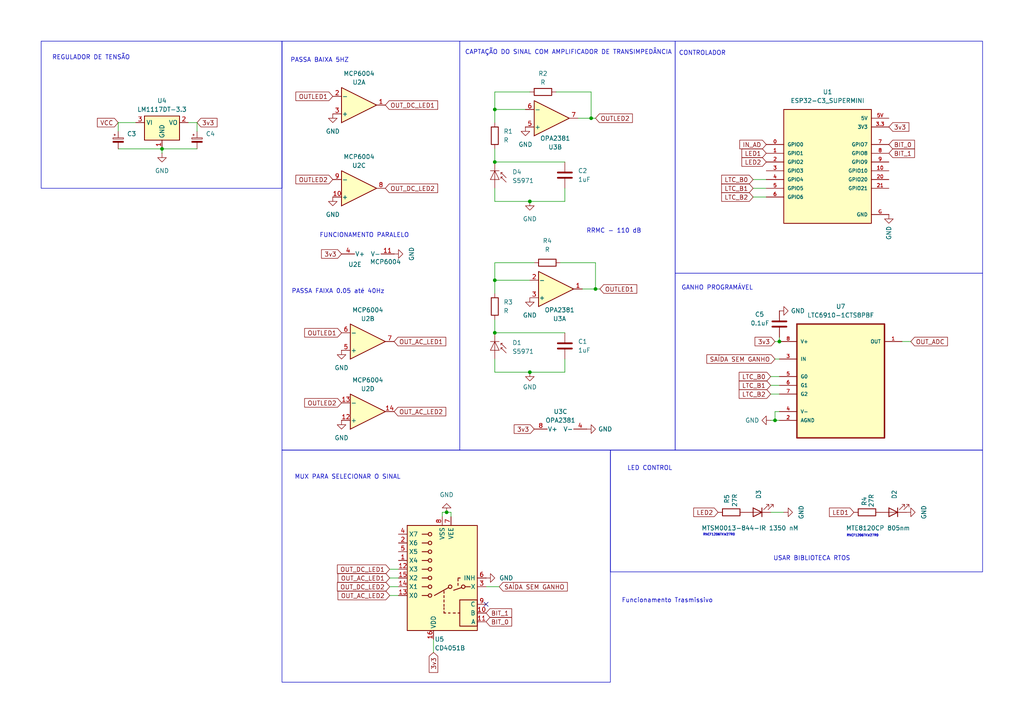
<source format=kicad_sch>
(kicad_sch (version 20231120) (generator "eeschema") (generator_version "8.0")
  (paper "A4")
  (lib_symbols
    (symbol "Amplifier_Operational:MCP6004" (pin_names (offset 0.127))
      (property "Reference" "U" (at 0 5.08 0))
      (property "Value" "MCP6004" (at 0 -5.08 0))
      (symbol "MCP6004_1_1"
        (polyline (pts (xy -5.08 5.08) (xy 5.08 0) (xy -5.08 -5.08) (xy -5.08 5.08)) (stroke (width 0.254)) (fill (type background)))
        (pin output line (at 7.62 0 180) (length 2.54) (name "~") (number "1"))
        (pin input line (at -7.62 -2.54 0) (length 2.54) (name "-") (number "2"))
        (pin input line (at -7.62 2.54 0) (length 2.54) (name "+") (number "3"))
      )
      (symbol "MCP6004_2_1"
        (polyline (pts (xy -5.08 5.08) (xy 5.08 0) (xy -5.08 -5.08) (xy -5.08 5.08)) (stroke (width 0.254)) (fill (type background)))
        (pin input line (at -7.62 2.54 0) (length 2.54) (name "+") (number "5"))
        (pin input line (at -7.62 -2.54 0) (length 2.54) (name "-") (number "6"))
        (pin output line (at 7.62 0 180) (length 2.54) (name "~") (number "7"))
      )
      (symbol "MCP6004_3_1"
        (polyline (pts (xy -5.08 5.08) (xy 5.08 0) (xy -5.08 -5.08) (xy -5.08 5.08)) (stroke (width 0.254)) (fill (type background)))
        (pin input line (at -7.62 2.54 0) (length 2.54) (name "+") (number "10"))
        (pin output line (at 7.62 0 180) (length 2.54) (name "~") (number "8"))
        (pin input line (at -7.62 -2.54 0) (length 2.54) (name "-") (number "9"))
      )
      (symbol "MCP6004_4_1"
        (polyline (pts (xy -5.08 5.08) (xy 5.08 0) (xy -5.08 -5.08) (xy -5.08 5.08)) (stroke (width 0.254)) (fill (type background)))
        (pin input line (at -7.62 2.54 0) (length 2.54) (name "+") (number "12"))
        (pin input line (at -7.62 -2.54 0) (length 2.54) (name "-") (number "13"))
        (pin output line (at 7.62 0 180) (length 2.54) (name "~") (number "14"))
      )
      (symbol "MCP6004_5_1"
        (pin power_in line (at -2.54 -7.62 90) (length 3.81) (name "V-") (number "11"))
        (pin power_in line (at -2.54 7.62 270) (length 3.81) (name "V+") (number "4"))
      )
    )
    (symbol "Amplifier_Operational:OPA2340" (pin_names (offset 0.127))
      (property "Reference" "U" (at 0 5.08 0))
      (property "Value" "OPA2340" (at 0 -5.08 0))
      (symbol "OPA2340_1_1"
        (polyline (pts (xy -5.08 5.08) (xy 5.08 0) (xy -5.08 -5.08) (xy -5.08 5.08)) (stroke (width 0.254)) (fill (type background)))
        (pin output line (at 7.62 0 180) (length 2.54) (name "~") (number "1"))
        (pin input line (at -7.62 -2.54 0) (length 2.54) (name "-") (number "2"))
        (pin input line (at -7.62 2.54 0) (length 2.54) (name "+") (number "3"))
      )
      (symbol "OPA2340_2_1"
        (polyline (pts (xy -5.08 5.08) (xy 5.08 0) (xy -5.08 -5.08) (xy -5.08 5.08)) (stroke (width 0.254)) (fill (type background)))
        (pin input line (at -7.62 2.54 0) (length 2.54) (name "+") (number "5"))
        (pin input line (at -7.62 -2.54 0) (length 2.54) (name "-") (number "6"))
        (pin output line (at 7.62 0 180) (length 2.54) (name "~") (number "7"))
      )
      (symbol "OPA2340_3_1"
        (pin power_in line (at -2.54 -7.62 90) (length 3.81) (name "V-") (number "4"))
        (pin power_in line (at -2.54 7.62 270) (length 3.81) (name "V+") (number "8"))
      )
    )
    (symbol "Analog_Switch:CD4051B"
      (property "Reference" "U" (at -10.16 16.51 0))
      (property "Value" "CD4051B" (at 3.81 16.51 0))
      (symbol "CD4051B_0_1"
        (rectangle (start -10.16 6.35) (end -5.08 13.97) (stroke (width 0.254)))
        (rectangle (start -10.16 15.24) (end 10.16 -15.24) (stroke (width 0.254)) (fill (type background)))
        (circle (center -6.096 2.54) (radius 0.508) (stroke (width 0.254)))
        (circle (center -2.286 2.54) (radius 0.508) (stroke (width 0.254)))
        (polyline (pts (xy -8.128 2.54) (xy -6.604 2.54)) (stroke (width 0.254)))
        (polyline (pts (xy -5.588 2.794) (xy -3.302 3.556)) (stroke (width 0.254)))
        (polyline (pts (xy -4.572 0) (xy -5.207 0)) (stroke (width 0.254)))
        (polyline (pts (xy -4.572 0.254) (xy -4.572 0.889)) (stroke (width 0.254)))
        (polyline (pts (xy -4.572 1.524) (xy -4.572 2.159)) (stroke (width 0.254)))
        (polyline (pts (xy -4.572 10.16) (xy -5.08 10.16)) (stroke (width 0.254)))
        (polyline (pts (xy -3.81 10.16) (xy -3.175 10.16)) (stroke (width 0.254)))
        (polyline (pts (xy -1.778 2.794) (xy 2.286 5.08)) (stroke (width 0.254)))
        (polyline (pts (xy -1.778 10.16) (xy -2.286 10.16)) (stroke (width 0.254)))
        (polyline (pts (xy -0.508 3.81) (xy -0.508 4.445)) (stroke (width 0.254)))
        (polyline (pts (xy -0.508 5.08) (xy -0.508 5.715)) (stroke (width 0.254)))
        (polyline (pts (xy -0.508 6.35) (xy -0.508 6.985)) (stroke (width 0.254)))
        (polyline (pts (xy -0.508 7.62) (xy -0.508 8.255)) (stroke (width 0.254)))
        (polyline (pts (xy -0.508 8.636) (xy -0.508 9.144)) (stroke (width 0.254)))
        (polyline (pts (xy -0.508 9.652) (xy -0.508 10.16)) (stroke (width 0.254)))
        (polyline (pts (xy -0.508 10.16) (xy -1.016 10.16)) (stroke (width 0.254)))
        (polyline (pts (xy 4.064 -12.7) (xy 5.842 -12.7)) (stroke (width 0.254)))
        (polyline (pts (xy 4.064 -10.16) (xy 5.842 -10.16)) (stroke (width 0.254)))
        (polyline (pts (xy 4.064 -7.62) (xy 5.842 -7.62)) (stroke (width 0.254)))
        (polyline (pts (xy 4.064 -5.08) (xy 5.842 -5.08)) (stroke (width 0.254)))
        (polyline (pts (xy 4.064 -2.54) (xy 5.842 -2.54)) (stroke (width 0.254)))
        (polyline (pts (xy 4.064 0) (xy 5.842 0)) (stroke (width 0.254)))
        (polyline (pts (xy 4.064 2.54) (xy 5.842 2.54)) (stroke (width 0.254)))
        (polyline (pts (xy 4.064 5.08) (xy 5.842 5.08)) (stroke (width 0.254)))
        (circle (center 3.556 -12.7) (radius 0.508) (stroke (width 0.254)))
        (circle (center 3.556 -10.16) (radius 0.508) (stroke (width 0.254)))
        (circle (center 3.556 -7.62) (radius 0.508) (stroke (width 0.254)))
        (circle (center 3.556 -5.08) (radius 0.508) (stroke (width 0.254)))
        (circle (center 3.556 -2.54) (radius 0.508) (stroke (width 0.254)))
        (circle (center 3.556 0) (radius 0.508) (stroke (width 0.254)))
        (circle (center 3.556 2.54) (radius 0.508) (stroke (width 0.254)))
        (circle (center 3.556 5.08) (radius 0.508) (stroke (width 0.254)))
      )
      (symbol "CD4051B_1_1"
        (pin bidirectional line (at 12.7 -5.08 180) (length 2.54) (name "X4") (number "1"))
        (pin input line (at -12.7 10.16 0) (length 2.54) (name "B") (number "10"))
        (pin input line (at -12.7 12.7 0) (length 2.54) (name "A") (number "11"))
        (pin bidirectional line (at 12.7 -2.54 180) (length 2.54) (name "X3") (number "12"))
        (pin bidirectional line (at 12.7 5.08 180) (length 2.54) (name "X0") (number "13"))
        (pin bidirectional line (at 12.7 2.54 180) (length 2.54) (name "X1") (number "14"))
        (pin bidirectional line (at 12.7 0 180) (length 2.54) (name "X2") (number "15"))
        (pin power_in line (at 2.54 17.78 270) (length 2.54) (name "VDD") (number "16"))
        (pin bidirectional line (at 12.7 -10.16 180) (length 2.54) (name "X6") (number "2"))
        (pin bidirectional line (at -12.7 2.54 0) (length 2.54) (name "X") (number "3"))
        (pin bidirectional line (at 12.7 -12.7 180) (length 2.54) (name "X7") (number "4"))
        (pin bidirectional line (at 12.7 -7.62 180) (length 2.54) (name "X5") (number "5"))
        (pin input line (at -12.7 0 0) (length 2.54) (name "INH") (number "6"))
        (pin power_in line (at -2.54 -17.78 90) (length 2.54) (name "VEE") (number "7"))
        (pin power_in line (at 0 -17.78 90) (length 2.54) (name "VSS") (number "8"))
        (pin input line (at -12.7 7.62 0) (length 2.54) (name "C") (number "9"))
      )
    )
    (symbol "Device:C" (pin_numbers hide) (pin_names (offset 0.254))
      (property "Reference" "C" (at 0.635 2.54 0))
      (property "Value" "C" (at 0.635 -2.54 0))
      (symbol "C_0_1"
        (polyline (pts (xy -2.032 -0.762) (xy 2.032 -0.762)) (stroke (width 0.508)))
        (polyline (pts (xy -2.032 0.762) (xy 2.032 0.762)) (stroke (width 0.508)))
      )
      (symbol "C_1_1"
        (pin passive line (at 0 3.81 270) (length 2.794) (name "~") (number "1"))
        (pin passive line (at 0 -3.81 90) (length 2.794) (name "~") (number "2"))
      )
    )
    (symbol "Device:C_Polarized_Small" (pin_numbers hide) (pin_names (offset 0.254) hide)
      (property "Reference" "C" (at 0.254 1.778 0))
      (property "Value" "C_Polarized_Small" (at 0.254 -2.032 0))
      (symbol "C_Polarized_Small_0_1"
        (rectangle (start -1.524 -0.3048) (end 1.524 -0.6858) (fill (type outline)))
        (rectangle (start -1.524 0.6858) (end 1.524 0.3048))
        (polyline (pts (xy -1.27 1.524) (xy -0.762 1.524)))
        (polyline (pts (xy -1.016 1.27) (xy -1.016 1.778)))
      )
      (symbol "C_Polarized_Small_1_1"
        (pin passive line (at 0 2.54 270) (length 1.8542) (name "~") (number "1"))
        (pin passive line (at 0 -2.54 90) (length 1.8542) (name "~") (number "2"))
      )
    )
    (symbol "Device:R" (pin_numbers hide) (pin_names (offset 0))
      (property "Reference" "R" (at 2.032 0 90))
      (property "Value" "R" (at 0 0 90))
      (symbol "R_0_1"
        (rectangle (start -1.016 -2.54) (end 1.016 2.54) (stroke (width 0.254)))
      )
      (symbol "R_1_1"
        (pin passive line (at 0 3.81 270) (length 1.27) (name "~") (number "1"))
        (pin passive line (at 0 -3.81 90) (length 1.27) (name "~") (number "2"))
      )
    )
    (symbol "ESP32-C3_SUPERMINI:ESP32-C3_SUPERMINI" (pin_names (offset 1.016))
      (property "Reference" "U" (at -12.7 16.002 0))
      (property "Value" "ESP32-C3_SUPERMINI" (at -12.7 -20.32 0))
      (symbol "ESP32-C3_SUPERMINI_0_0"
        (rectangle (start -12.7 -17.78) (end 12.7 15.24) (stroke (width 0.254)) (fill (type background)))
        (pin bidirectional line (at -17.78 5.08 0) (length 5.08) (name "GPIO0") (number "0"))
        (pin bidirectional line (at -17.78 2.54 0) (length 5.08) (name "GPIO1") (number "1"))
        (pin bidirectional line (at 17.78 -2.54 180) (length 5.08) (name "GPIO10") (number "10"))
        (pin bidirectional line (at -17.78 0 0) (length 5.08) (name "GPIO2") (number "2"))
        (pin bidirectional line (at 17.78 -5.08 180) (length 5.08) (name "GPIO20") (number "20"))
        (pin bidirectional line (at 17.78 -7.62 180) (length 5.08) (name "GPIO21") (number "21"))
        (pin bidirectional line (at -17.78 -2.54 0) (length 5.08) (name "GPIO3") (number "3"))
        (pin power_in line (at 17.78 10.16 180) (length 5.08) (name "3V3") (number "3.3"))
        (pin bidirectional line (at -17.78 -5.08 0) (length 5.08) (name "GPIO4") (number "4"))
        (pin bidirectional line (at -17.78 -7.62 0) (length 5.08) (name "GPIO5") (number "5"))
        (pin power_in line (at 17.78 12.7 180) (length 5.08) (name "5V") (number "5V"))
        (pin bidirectional line (at -17.78 -10.16 0) (length 5.08) (name "GPIO6") (number "6"))
        (pin bidirectional line (at 17.78 5.08 180) (length 5.08) (name "GPIO7") (number "7"))
        (pin bidirectional line (at 17.78 2.54 180) (length 5.08) (name "GPIO8") (number "8"))
        (pin bidirectional line (at 17.78 0 180) (length 5.08) (name "GPIO9") (number "9"))
        (pin power_in line (at 17.78 -15.24 180) (length 5.08) (name "GND") (number "G"))
      )
    )
    (symbol "LED:IR26-21C_L110_TR8" (pin_numbers hide) (pin_names (offset 1.016) hide)
      (property "Reference" "D" (at 0 2.54 0))
      (property "Value" "IR26-21C_L110_TR8" (at 0 -3.81 0))
      (symbol "IR26-21C_L110_TR8_0_1"
        (polyline (pts (xy -1.27 -1.27) (xy -1.27 1.27)) (stroke (width 0.254)))
        (polyline (pts (xy -1.27 0) (xy 1.27 0)))
        (polyline (pts (xy 1.27 -1.27) (xy 1.27 1.27) (xy -1.27 0) (xy 1.27 -1.27)) (stroke (width 0.254)))
        (polyline (pts (xy -3.048 -0.762) (xy -4.572 -2.286) (xy -3.81 -2.286) (xy -4.572 -2.286) (xy -4.572 -1.524)))
        (polyline (pts (xy -1.778 -0.762) (xy -3.302 -2.286) (xy -2.54 -2.286) (xy -3.302 -2.286) (xy -3.302 -1.524)))
      )
      (symbol "IR26-21C_L110_TR8_1_1"
        (pin passive line (at -3.81 0 0) (length 2.54) (name "K") (number "1"))
        (pin passive line (at 3.81 0 180) (length 2.54) (name "A") (number "2"))
      )
    )
    (symbol "LTC6910-1CTS8PBF:LTC6910-1CTS8PBF" (pin_names (offset 1.016))
      (property "Reference" "U" (at -4.4273 14.1979 0))
      (property "Value" "LTC6910-1CTS8PBF" (at -6.5629 -24.0894 0))
      (symbol "LTC6910-1CTS8PBF_0_0"
        (rectangle (start -12.7 -20.32) (end 12.7 12.7) (stroke (width 0.4064)) (fill (type background)))
        (pin output line (at 17.78 7.62 180) (length 5.08) (name "OUT") (number "1"))
        (pin passive line (at -17.78 -15.24 0) (length 5.08) (name "AGND") (number "2"))
        (pin input line (at -17.78 2.54 0) (length 5.08) (name "IN") (number "3"))
        (pin power_in line (at -17.78 -12.7 0) (length 5.08) (name "V-") (number "4"))
        (pin input line (at -17.78 -2.54 0) (length 5.08) (name "G0") (number "5"))
        (pin input line (at -17.78 -5.08 0) (length 5.08) (name "G1") (number "6"))
        (pin input line (at -17.78 -7.62 0) (length 5.08) (name "G2") (number "7"))
        (pin power_in line (at -17.78 7.62 0) (length 5.08) (name "V+") (number "8"))
      )
    )
    (symbol "Regulator_Linear:LM1117DT-3.3"
      (property "Reference" "U" (at -3.81 3.175 0))
      (property "Value" "LM1117DT-3.3" (at 0 3.175 0))
      (symbol "LM1117DT-3.3_0_1"
        (rectangle (start -5.08 -5.08) (end 5.08 1.905) (stroke (width 0.254)) (fill (type background)))
      )
      (symbol "LM1117DT-3.3_1_1"
        (pin power_in line (at 0 -7.62 90) (length 2.54) (name "GND") (number "1"))
        (pin power_out line (at 7.62 0 180) (length 2.54) (name "VO") (number "2"))
        (pin power_in line (at -7.62 0 0) (length 2.54) (name "VI") (number "3"))
      )
    )
    (symbol "Sensor_Optical:BPW34-SMD" (pin_numbers hide) (pin_names (offset 1.016) hide)
      (property "Reference" "D" (at 0.508 1.778 0))
      (property "Value" "BPW34-SMD" (at -1.016 -2.794 0))
      (symbol "BPW34-SMD_0_1"
        (polyline (pts (xy -2.54 1.27) (xy -2.54 -1.27)) (stroke (width 0.1524)))
        (polyline (pts (xy -2.032 1.778) (xy -1.524 1.778)))
        (polyline (pts (xy 0 -1.27) (xy 0 1.27)))
        (polyline (pts (xy 0 0) (xy -2.54 0)))
        (polyline (pts (xy -0.508 3.302) (xy -2.032 1.778) (xy -2.032 2.286)))
        (polyline (pts (xy 0 1.27) (xy -2.54 0) (xy 0 -1.27)))
        (polyline (pts (xy 0.762 3.302) (xy -0.762 1.778) (xy -0.762 2.286) (xy -0.762 1.778) (xy -0.254 1.778)))
      )
      (symbol "BPW34-SMD_1_1"
        (pin passive line (at -5.08 0 0) (length 2.54) (name "K") (number "1"))
        (pin passive line (at 2.54 0 180) (length 2.54) (name "A") (number "2"))
      )
    )
    (symbol "power:GND" (power) (pin_numbers hide) (pin_names (offset 0) hide)
      (property "Value" "GND" (at 0 -3.81 0))
      (symbol "GND_0_1"
        (polyline (pts (xy 0 0) (xy 0 -1.27) (xy 1.27 -1.27) (xy 0 -2.54) (xy -1.27 -1.27) (xy 0 -1.27)))
      )
      (symbol "GND_1_1"
        (pin power_in line (at 0 0 270) (length 0) (name "~") (number "1"))
      )
    )
  )
  (junction (at 172.72 83.82))
  (junction (at 171.45 34.29))
  (junction (at 143.51 31.75))
  (junction (at 153.67 107.95))
  (junction (at 143.51 96.52))
  (junction (at 153.67 58.42))
  (junction (at 226.06 99.06))
  (junction (at 143.51 81.28))
  (junction (at 46.99 43.18))
  (junction (at 143.51 46.99))
  (junction (at 224.79 121.92))
  (junction (at 129.54 148.59))
  (no_connect (at 140.97 175.26))
  (wire (pts (xy 163.83 107.95) (xy 163.83 104.14)))
  (wire (pts (xy 143.51 81.28) (xy 143.51 85.09)))
  (wire (pts (xy 223.52 109.22) (xy 226.06 109.22)))
  (wire (pts (xy 46.99 43.18) (xy 57.15 43.18)))
  (wire (pts (xy 113.03 172.72) (xy 115.57 172.72)))
  (wire (pts (xy 153.67 58.42) (xy 163.83 58.42)))
  (wire (pts (xy 143.51 107.95) (xy 153.67 107.95)))
  (wire (pts (xy 113.03 165.1) (xy 115.57 165.1)))
  (wire (pts (xy 227.33 148.59) (xy 223.52 148.59)))
  (wire (pts (xy 172.72 83.82) (xy 168.91 83.82)))
  (wire (pts (xy 128.27 148.59) (xy 129.54 148.59)))
  (wire (pts (xy 226.06 119.38) (xy 224.79 119.38)))
  (wire (pts (xy 173.99 83.82) (xy 172.72 83.82)))
  (wire (pts (xy 224.79 119.38) (xy 224.79 121.92)))
  (wire (pts (xy 143.51 43.18) (xy 143.51 46.99)))
  (wire (pts (xy 172.72 76.2) (xy 172.72 83.82)))
  (wire (pts (xy 223.52 114.3) (xy 226.06 114.3)))
  (wire (pts (xy 224.79 104.14) (xy 226.06 104.14)))
  (wire (pts (xy 218.44 54.61) (xy 222.25 54.61)))
  (wire (pts (xy 34.29 38.1) (xy 34.29 35.56)))
  (wire (pts (xy 130.81 149.86) (xy 130.81 148.59)))
  (wire (pts (xy 153.67 81.28) (xy 143.51 81.28)))
  (wire (pts (xy 143.51 96.52) (xy 163.83 96.52)))
  (wire (pts (xy 143.51 92.71) (xy 143.51 96.52)))
  (wire (pts (xy 223.52 121.92) (xy 224.79 121.92)))
  (wire (pts (xy 128.27 148.59) (xy 128.27 149.86)))
  (wire (pts (xy 261.62 99.06) (xy 264.16 99.06)))
  (wire (pts (xy 171.45 34.29) (xy 167.64 34.29)))
  (wire (pts (xy 224.79 99.06) (xy 226.06 99.06)))
  (wire (pts (xy 162.56 76.2) (xy 172.72 76.2)))
  (wire (pts (xy 125.73 185.42) (xy 125.73 189.23)))
  (wire (pts (xy 113.03 170.18) (xy 115.57 170.18)))
  (wire (pts (xy 223.52 111.76) (xy 226.06 111.76)))
  (wire (pts (xy 143.51 31.75) (xy 143.51 35.56)))
  (wire (pts (xy 113.03 167.64) (xy 115.57 167.64)))
  (wire (pts (xy 154.94 76.2) (xy 143.51 76.2)))
  (wire (pts (xy 218.44 52.07) (xy 222.25 52.07)))
  (wire (pts (xy 226.06 97.79) (xy 226.06 99.06)))
  (wire (pts (xy 153.67 26.67) (xy 143.51 26.67)))
  (wire (pts (xy 143.51 104.14) (xy 143.51 107.95)))
  (wire (pts (xy 171.45 26.67) (xy 171.45 34.29)))
  (wire (pts (xy 224.79 121.92) (xy 226.06 121.92)))
  (wire (pts (xy 143.51 26.67) (xy 143.51 31.75)))
  (wire (pts (xy 153.67 107.95) (xy 163.83 107.95)))
  (wire (pts (xy 143.51 58.42) (xy 153.67 58.42)))
  (wire (pts (xy 34.29 35.56) (xy 39.37 35.56)))
  (wire (pts (xy 218.44 57.15) (xy 222.25 57.15)))
  (wire (pts (xy 46.99 43.18) (xy 46.99 44.45)))
  (wire (pts (xy 172.72 34.29) (xy 171.45 34.29)))
  (wire (pts (xy 54.61 35.56) (xy 57.15 35.56)))
  (wire (pts (xy 152.4 31.75) (xy 143.51 31.75)))
  (wire (pts (xy 34.29 43.18) (xy 46.99 43.18)))
  (wire (pts (xy 163.83 58.42) (xy 163.83 54.61)))
  (wire (pts (xy 143.51 46.99) (xy 163.83 46.99)))
  (wire (pts (xy 130.81 148.59) (xy 129.54 148.59)))
  (wire (pts (xy 161.29 26.67) (xy 171.45 26.67)))
  (wire (pts (xy 143.51 76.2) (xy 143.51 81.28)))
  (wire (pts (xy 140.97 170.18) (xy 144.78 170.18)))
  (wire (pts (xy 57.15 38.1) (xy 57.15 35.56)))
  (wire (pts (xy 143.51 54.61) (xy 143.51 58.42)))
  (rectangle (start 177.038 130.556) (end 284.988 165.862))
  (rectangle (start 11.938 11.938) (end 81.788 54.61))
  (rectangle (start 81.788 130.556) (end 177.038 197.866))
  (rectangle (start 195.834 11.938) (end 284.988 79.248))
  (rectangle (start 133.35 11.938) (end 195.834 130.556))
  (rectangle (start 81.788 11.938) (end 133.35 130.556))
  (rectangle (start 195.834 79.248) (end 284.988 130.556))
  (text "RNCF1206TKW27R0\n" (at 208.534 155.194 0) (effects (font (size 0.635 0.635))))
  (text "GANHO PROGRAMÁVEL" (at 208.026 83.566 0) (effects (font (size 1.27 1.27))))
  (text "Funcionamento Trasmissivo" (at 193.548 174.244 0) (effects (font (size 1.27 1.27))))
  (text "CONTROLADOR" (at 203.708 15.494 0) (effects (font (size 1.27 1.27))))
  (text "LED CONTROL" (at 188.468 135.89 0) (effects (font (size 1.27 1.27))))
  (text "RNCF1206TKW27R0\n" (at 250.19 155.448 0) (effects (font (size 0.635 0.635))))
  (text "PASSA FAIXA 0.05 até 40Hz" (at 98.044 84.582 0) (effects (font (size 1.27 1.27))))
  (text "REGULADOR DE TENSÃO" (at 26.416 16.764 0) (effects (font (size 1.27 1.27))))
  (text "MUX PARA SELECIONAR O SINAL" (at 100.838 138.43 0) (effects (font (size 1.27 1.27))))
  (text "USAR BIBLIOTECA RTOS" (at 235.458 162.052 0) (effects (font (size 1.27 1.27))))
  (text "CAPTAÇÃO DO SINAL COM AMPLIFICADOR DE TRANSIMPEDÂNCIA " (at 165.354 15.24 0) (effects (font (size 1.27 1.27))))
  (text "FUNCIONAMENTO PARALELO" (at 105.664 68.326 0) (effects (font (size 1.27 1.27))))
  (text "RRMC - 110 dB" (at 178.054 67.056 0) (effects (font (size 1.27 1.27))))
  (text "PASSA BAIXA 5HZ" (at 92.71 17.526 0) (effects (font (size 1.27 1.27))))
  (global_label "3v3" (shape input) (at 99.06 73.66 180) (property "Intersheetrefs" "${INTERSHEET_REFS}" (effects (hide yes))))
  (global_label "SAÍDA SEM GANHO" (shape input) (at 224.79 104.14 180) (property "Intersheetrefs" "${INTERSHEET_REFS}" (effects (hide yes))))
  (global_label "OUTLED2" (shape input) (at 96.52 52.07 180) (property "Intersheetrefs" "${INTERSHEET_REFS}" (effects (hide yes))))
  (global_label "OUTLED1" (shape input) (at 96.52 27.94 180) (property "Intersheetrefs" "${INTERSHEET_REFS}" (effects (hide yes))))
  (global_label "LED1" (shape input) (at 247.65 148.59 180) (property "Intersheetrefs" "${INTERSHEET_REFS}" (effects (hide yes))))
  (global_label "BIT_1" (shape input) (at 140.97 177.8 0) (property "Intersheetrefs" "${INTERSHEET_REFS}" (effects (hide yes))))
  (global_label "OUTLED2" (shape input) (at 172.72 34.29 0) (property "Intersheetrefs" "${INTERSHEET_REFS}" (effects (hide yes))))
  (global_label "LTC_B0" (shape input) (at 223.52 109.22 180) (property "Intersheetrefs" "${INTERSHEET_REFS}" (effects (hide yes))))
  (global_label "OUT_DC_LED1" (shape input) (at 111.76 30.48 0) (property "Intersheetrefs" "${INTERSHEET_REFS}" (effects (hide yes))))
  (global_label "OUTLED2" (shape input) (at 99.06 116.84 180) (property "Intersheetrefs" "${INTERSHEET_REFS}" (effects (hide yes))))
  (global_label "OUT_AC_LED2" (shape input) (at 113.03 172.72 180) (property "Intersheetrefs" "${INTERSHEET_REFS}" (effects (hide yes))))
  (global_label "OUT_DC_LED1" (shape input) (at 113.03 165.1 180) (property "Intersheetrefs" "${INTERSHEET_REFS}" (effects (hide yes))))
  (global_label "OUTLED1" (shape input) (at 173.99 83.82 0) (property "Intersheetrefs" "${INTERSHEET_REFS}" (effects (hide yes))))
  (global_label "LED1" (shape input) (at 222.25 44.45 180) (property "Intersheetrefs" "${INTERSHEET_REFS}" (effects (hide yes))))
  (global_label "3v3" (shape input) (at 224.79 99.06 180) (property "Intersheetrefs" "${INTERSHEET_REFS}" (effects (hide yes))))
  (global_label "OUT_AC_LED2" (shape input) (at 114.3 119.38 0) (property "Intersheetrefs" "${INTERSHEET_REFS}" (effects (hide yes))))
  (global_label "LTC_B1" (shape input) (at 218.44 54.61 180) (property "Intersheetrefs" "${INTERSHEET_REFS}" (effects (hide yes))))
  (global_label "VCC" (shape input) (at 34.29 35.56 180) (property "Intersheetrefs" "${INTERSHEET_REFS}" (effects (hide yes))))
  (global_label "OUT_DC_LED2" (shape input) (at 111.76 54.61 0) (property "Intersheetrefs" "${INTERSHEET_REFS}" (effects (hide yes))))
  (global_label "IN_AD" (shape input) (at 222.25 41.91 180) (property "Intersheetrefs" "${INTERSHEET_REFS}" (effects (hide yes))))
  (global_label "LTC_B0" (shape input) (at 218.44 52.07 180) (property "Intersheetrefs" "${INTERSHEET_REFS}" (effects (hide yes))))
  (global_label "LED2" (shape input) (at 208.28 148.59 180) (property "Intersheetrefs" "${INTERSHEET_REFS}" (effects (hide yes))))
  (global_label "LED2" (shape input) (at 222.25 46.99 180) (property "Intersheetrefs" "${INTERSHEET_REFS}" (effects (hide yes))))
  (global_label "BIT_0" (shape input) (at 257.81 41.91 0) (property "Intersheetrefs" "${INTERSHEET_REFS}" (effects (hide yes))))
  (global_label "LTC_B2" (shape input) (at 223.52 114.3 180) (property "Intersheetrefs" "${INTERSHEET_REFS}" (effects (hide yes))))
  (global_label "BIT_1" (shape input) (at 257.81 44.45 0) (property "Intersheetrefs" "${INTERSHEET_REFS}" (effects (hide yes))))
  (global_label "BIT_0" (shape input) (at 140.97 180.34 0) (property "Intersheetrefs" "${INTERSHEET_REFS}" (effects (hide yes))))
  (global_label "SAÍDA SEM GANHO" (shape input) (at 144.78 170.18 0) (property "Intersheetrefs" "${INTERSHEET_REFS}" (effects (hide yes))))
  (global_label "LTC_B1" (shape input) (at 223.52 111.76 180) (property "Intersheetrefs" "${INTERSHEET_REFS}" (effects (hide yes))))
  (global_label "OUT_AC_LED1" (shape input) (at 113.03 167.64 180) (property "Intersheetrefs" "${INTERSHEET_REFS}" (effects (hide yes))))
  (global_label "3v3" (shape input) (at 257.81 36.83 0) (property "Intersheetrefs" "${INTERSHEET_REFS}" (effects (hide yes))))
  (global_label "3v3" (shape input) (at 154.94 124.46 180) (property "Intersheetrefs" "${INTERSHEET_REFS}" (effects (hide yes))))
  (global_label "LTC_B2" (shape input) (at 218.44 57.15 180) (property "Intersheetrefs" "${INTERSHEET_REFS}" (effects (hide yes))))
  (global_label "OUTLED1" (shape input) (at 99.06 96.52 180) (property "Intersheetrefs" "${INTERSHEET_REFS}" (effects (hide yes))))
  (global_label "3v3" (shape input) (at 57.15 35.56 0) (property "Intersheetrefs" "${INTERSHEET_REFS}" (effects (hide yes))))
  (global_label "OUT_DC_LED2" (shape input) (at 113.03 170.18 180) (property "Intersheetrefs" "${INTERSHEET_REFS}" (effects (hide yes))))
  (global_label "3v3" (shape input) (at 125.73 189.23 270) (property "Intersheetrefs" "${INTERSHEET_REFS}" (effects (hide yes))))
  (global_label "OUT_AC_LED1" (shape input) (at 114.3 99.06 0) (property "Intersheetrefs" "${INTERSHEET_REFS}" (effects (hide yes))))
  (global_label "OUT_ADC" (shape input) (at 264.16 99.06 0) (property "Intersheetrefs" "${INTERSHEET_REFS}" (effects (hide yes))))
  (symbol (lib_id "Sensor_Optical:BPW34-SMD") (at 143.51 52.07 270) (unit 1)
    (property "Reference" "D4" (at 148.59 49.8728 90) (effects (justify left)))
    (property "Value" "S5971" (at 148.59 52.4128 90) (effects (justify left)))
    (property "Footprint" "OptoDevice:Osram_BPW34S-SMD" (effects (hide yes)))
    (property "Datasheet" "https://dammedia.osram.info/media/resource/hires/osram-dam-5488319/BPW%2034%20S_EN.pdf" (effects (hide yes)))
    (property "Description" "Silicon PIN Photodiode, Area 2.65x2.65mm" (effects (hide yes)))
  )
  (symbol (lib_id "power:GND") (at 227.33 148.59 90) (unit 1)
    (property "Reference" "#PWR05" (effects (hide yes)))
    (property "Value" "GND" (at 232.41 148.59 0))
    (property "Description" "Power symbol creates a global label with name \"GND\" , ground" (effects (hide yes)))
  )
  (symbol (lib_id "Device:R") (at 143.51 88.9 0) (unit 1)
    (property "Reference" "R3" (at 146.05 87.6299 0) (effects (justify left)))
    (property "Value" "R" (at 146.05 90.1699 0) (effects (justify left)))
    (property "Description" "Resistor" (effects (hide yes)))
  )
  (symbol (lib_id "Amplifier_Operational:MCP6004") (at 106.68 71.12 90) (unit 5)
    (property "Reference" "U2" (at 104.902 76.708 90) (effects (justify left)))
    (property "Value" "MCP6004" (at 116.332 75.946 90) (effects (justify left)))
    (property "Datasheet" "http://ww1.microchip.com/downloads/en/DeviceDoc/21733j.pdf" (effects (hide yes)))
    (property "Description" "1MHz, Low-Power Op Amp, DIP-14/SOIC-14/TSSOP-14" (effects (hide yes)))
  )
  (symbol (lib_id "Device:C_Polarized_Small") (at 57.15 40.64 0) (unit 1)
    (property "Reference" "C4" (at 59.69 38.8238 0) (effects (justify left)))
    (property "Value" "C_Polarized_Small" (effects (hide yes)))
    (property "Footprint" "Capacitor_SMD:CP_Elec_4x4.5" (effects (hide yes)))
    (property "Description" "Polarized capacitor, small symbol" (effects (hide yes)))
  )
  (symbol (lib_id "power:GND") (at 226.06 90.17 90) (unit 1)
    (property "Reference" "#PWR018" (effects (hide yes)))
    (property "Value" "GND" (at 229.362 90.17 90) (effects (justify right)))
    (property "Description" "Power symbol creates a global label with name \"GND\" , ground" (effects (hide yes)))
  )
  (symbol (lib_id "power:GND") (at 46.99 44.45 0) (unit 1)
    (property "Reference" "#PWR04" (effects (hide yes)))
    (property "Value" "GND" (at 46.99 49.53 0))
    (property "Description" "Power symbol creates a global label with name \"GND\" , ground" (effects (hide yes)))
  )
  (symbol (lib_id "LED:IR26-21C_L110_TR8") (at 219.71 148.59 180) (unit 1)
    (property "Reference" "D3" (at 220.0274 144.78 90) (effects (justify right)))
    (property "Value" "MTSM0013-844-IR 1350 nM" (at 203.454 153.162 0) (effects (justify right)))
    (property "Footprint" "LED_SMD:LED_1206_3216Metric" (effects (hide yes)))
    (property "Datasheet" "http://www.everlight.com/file/ProductFile/IR26-21C-L110-TR8.pdf" (effects (hide yes)))
    (property "Description" "940nm, 20 deg, Infrared LED, 1206" (effects (hide yes)))
  )
  (symbol (lib_id "power:GND") (at 114.3 73.66 90) (unit 1)
    (property "Reference" "#PWR03" (effects (hide yes)))
    (property "Value" "GND" (at 119.38 73.66 0))
    (property "Description" "Power symbol creates a global label with name \"GND\" , ground" (effects (hide yes)))
  )
  (symbol (lib_id "Amplifier_Operational:OPA2340") (at 160.02 34.29 0) (mirror x) (unit 2)
    (property "Reference" "U3" (at 161.036 42.672 0))
    (property "Value" "OPA2381" (at 161.036 40.132 0))
    (property "Footprint" "Package_SO:SOIC-8_3.9x4.9mm_P1.27mm" (effects (hide yes)))
    (property "Datasheet" "http://www.ti.com/lit/ds/symlink/opa4340.pdf" (effects (hide yes)))
    (property "Description" "Dual Single-Supply, Rail-to-Rail Operational Amplifiers, MicroAmplifier Series, DIP-8/SOIC-8/SSOP-8" (effects (hide yes)))
  )
  (symbol (lib_id "LTC6910-1CTS8PBF:LTC6910-1CTS8PBF") (at 243.84 106.68 0) (unit 1)
    (property "Reference" "U7" (at 243.84 88.9 0))
    (property "Value" "LTC6910-1CTS8PBF" (at 243.84 91.44 0))
    (property "Footprint" "LTC6910-1CTS8PBF:SOT65P280X100-8N" (effects (hide yes)))
    (property "MF" "Analog Devices" (effects (hide yes)))
    (property "Description_1" "\nProgrammable Gain Amplifier 1 Circuit Rail-to-Rail TSOT-23-8\n" (effects (hide yes)))
    (property "PACKAGE" "TSOT-23-8" (effects (hide yes)))
    (property "MPN" "LTC6910-1CTS8#PBF" (effects (hide yes)))
    (property "Price" "None" (effects (hide yes)))
    (property "Package" "TSOT-23 Linear Technology" (effects (hide yes)))
    (property "OC_FARNELL" "-" (effects (hide yes)))
    (property "SnapEDA_Link" "https://www.snapeda.com/parts/LTC6910-1CTS8%23PBF/Analog+Devices/view-part/?ref=snap" (effects (hide yes)))
    (property "MP" "LTC6910-1CTS8#PBF" (effects (hide yes)))
    (property "Purchase-URL" "https://www.snapeda.com/api/url_track_click_mouser/?unipart_id=558848&manufacturer=Analog Devices&part_name=LTC6910-1CTS8#PBF&search_term=None" (effects (hide yes)))
    (property "SUPPLIER" "Linear Technology" (effects (hide yes)))
    (property "OC_NEWARK" "05R9899" (effects (hide yes)))
    (property "Availability" "In Stock" (effects (hide yes)))
    (property "Check_prices" "https://www.snapeda.com/parts/LTC6910-1CTS8%23PBF/Analog+Devices/view-part/?ref=eda" (effects (hide yes)))
  )
  (symbol (lib_id "Device:R") (at 157.48 26.67 90) (unit 1)
    (property "Reference" "R2" (at 157.48 21.336 90))
    (property "Value" "R" (at 157.48 23.876 90))
    (property "Description" "Resistor" (effects (hide yes)))
  )
  (symbol (lib_id "power:GND") (at 153.67 107.95 0) (unit 1)
    (property "Reference" "#PWR02" (effects (hide yes)))
    (property "Value" "GND" (at 153.67 112.268 0))
    (property "Description" "Power symbol creates a global label with name \"GND\" , ground" (effects (hide yes)))
  )
  (symbol (lib_id "power:GND") (at 96.52 33.02 0) (unit 1)
    (property "Reference" "#PWR010" (effects (hide yes)))
    (property "Value" "GND" (at 96.52 38.1 0))
    (property "Description" "Power symbol creates a global label with name \"GND\" , ground" (effects (hide yes)))
  )
  (symbol (lib_id "Device:C") (at 163.83 100.33 0) (unit 1)
    (property "Reference" "C1" (at 167.64 99.0599 0) (effects (justify left)))
    (property "Value" "1uF" (at 167.64 101.5999 0) (effects (justify left)))
    (property "Footprint" "Capacitor_SMD:C_0603_1608Metric_Pad1.08x0.95mm_HandSolder" (effects (hide yes)))
    (property "Description" "Unpolarized capacitor" (effects (hide yes)))
  )
  (symbol (lib_id "Amplifier_Operational:OPA2340") (at 162.56 121.92 90) (unit 3)
    (property "Reference" "U3" (at 162.56 119.38 90))
    (property "Value" "OPA2381" (at 162.56 121.92 90))
    (property "Footprint" "Package_SO:SOIC-8_3.9x4.9mm_P1.27mm" (effects (hide yes)))
    (property "Datasheet" "http://www.ti.com/lit/ds/symlink/opa4340.pdf" (effects (hide yes)))
    (property "Description" "Dual Single-Supply, Rail-to-Rail Operational Amplifiers, MicroAmplifier Series, DIP-8/SOIC-8/SSOP-8" (effects (hide yes)))
  )
  (symbol (lib_id "Device:C_Polarized_Small") (at 34.29 40.64 0) (unit 1)
    (property "Reference" "C3" (at 36.83 38.8238 0) (effects (justify left)))
    (property "Value" "C_Polarized_Small" (effects (hide yes)))
    (property "Footprint" "Capacitor_SMD:CP_Elec_4x5.3" (effects (hide yes)))
    (property "Description" "Polarized capacitor, small symbol" (effects (hide yes)))
  )
  (symbol (lib_id "Device:R") (at 143.51 39.37 0) (unit 1)
    (property "Reference" "R1" (at 146.05 38.0999 0) (effects (justify left)))
    (property "Value" "R" (at 146.05 40.6399 0) (effects (justify left)))
    (property "Description" "Resistor" (effects (hide yes)))
  )
  (symbol (lib_id "power:GND") (at 140.97 167.64 90) (unit 1)
    (property "Reference" "#PWR016" (effects (hide yes)))
    (property "Value" "GND" (at 144.78 167.6399 90) (effects (justify right)))
    (property "Description" "Power symbol creates a global label with name \"GND\" , ground" (effects (hide yes)))
  )
  (symbol (lib_id "power:GND") (at 153.67 58.42 0) (unit 1)
    (property "Reference" "#PWR01" (effects (hide yes)))
    (property "Value" "GND" (at 153.67 63.5 0))
    (property "Description" "Power symbol creates a global label with name \"GND\" , ground" (effects (hide yes)))
  )
  (symbol (lib_id "Amplifier_Operational:MCP6004") (at 104.14 54.61 0) (mirror x) (unit 3)
    (property "Reference" "U2" (at 104.14 48.006 0))
    (property "Value" "MCP6004" (at 104.14 45.466 0))
    (property "Datasheet" "http://ww1.microchip.com/downloads/en/DeviceDoc/21733j.pdf" (effects (hide yes)))
    (property "Description" "1MHz, Low-Power Op Amp, DIP-14/SOIC-14/TSSOP-14" (effects (hide yes)))
  )
  (symbol (lib_id "power:GND") (at 153.67 86.36 0) (unit 1)
    (property "Reference" "#PWR09" (effects (hide yes)))
    (property "Value" "GND" (at 153.67 91.44 0))
    (property "Description" "Power symbol creates a global label with name \"GND\" , ground" (effects (hide yes)))
  )
  (symbol (lib_id "power:GND") (at 223.52 121.92 270) (unit 1)
    (property "Reference" "#PWR017" (effects (hide yes)))
    (property "Value" "GND" (at 220.218 121.92 90) (effects (justify right)))
    (property "Description" "Power symbol creates a global label with name \"GND\" , ground" (effects (hide yes)))
  )
  (symbol (lib_id "Analog_Switch:CD4051B") (at 128.27 167.64 180) (unit 1)
    (property "Reference" "U5" (at 126.0759 185.42 0) (effects (justify right)))
    (property "Value" "CD4051B" (at 126.0759 187.96 0) (effects (justify right)))
    (property "Footprint" "MUX:DIP794W45P254L1969H508Q16" (effects (hide yes)))
    (property "Datasheet" "http://www.ti.com/lit/ds/symlink/cd4052b.pdf" (effects (hide yes)))
    (property "Description" "CMOS single 8-channel analog multiplexer demultiplexer, TSSOP-16/DIP-16/SOIC-16" (effects (hide yes)))
  )
  (symbol (lib_id "Device:C") (at 163.83 50.8 0) (unit 1)
    (property "Reference" "C2" (at 167.64 49.5299 0) (effects (justify left)))
    (property "Value" "1uF" (at 167.64 52.0699 0) (effects (justify left)))
    (property "Footprint" "Capacitor_SMD:C_0603_1608Metric_Pad1.08x0.95mm_HandSolder" (effects (hide yes)))
    (property "Description" "Unpolarized capacitor" (effects (hide yes)))
  )
  (symbol (lib_id "Regulator_Linear:LM1117DT-3.3") (at 46.99 35.56 0) (unit 1)
    (property "Reference" "U4" (at 46.99 29.21 0))
    (property "Value" "LM1117DT-3.3" (at 46.99 31.75 0))
    (property "Footprint" "Package_TO_SOT_SMD:TO-252-3_TabPin2" (effects (hide yes)))
    (property "Datasheet" "http://www.ti.com/lit/ds/symlink/lm1117.pdf" (effects (hide yes)))
    (property "Description" "800mA Low-Dropout Linear Regulator, 3.3V fixed output, TO-252" (effects (hide yes)))
  )
  (symbol (lib_id "power:GND") (at 129.54 148.59 180) (unit 1)
    (property "Reference" "#PWR015" (effects (hide yes)))
    (property "Value" "GND" (at 129.54 143.51 0))
    (property "Description" "Power symbol creates a global label with name \"GND\" , ground" (effects (hide yes)))
  )
  (symbol (lib_id "Device:C") (at 226.06 93.98 180) (unit 1)
    (property "Reference" "C5" (at 218.948 91.186 0) (effects (justify right)))
    (property "Value" "0.1uF" (at 217.678 93.726 0) (effects (justify right)))
    (property "Footprint" "Capacitor_SMD:C_0603_1608Metric_Pad1.08x0.95mm_HandSolder" (effects (hide yes)))
    (property "Description" "Unpolarized capacitor" (effects (hide yes)))
  )
  (symbol (lib_id "Sensor_Optical:BPW34-SMD") (at 143.51 101.6 270) (unit 1)
    (property "Reference" "D1" (at 148.59 99.4028 90) (effects (justify left)))
    (property "Value" "S5971" (at 148.59 101.9428 90) (effects (justify left)))
    (property "Footprint" "OptoDevice:Osram_BPW34S-SMD" (effects (hide yes)))
    (property "Datasheet" "https://dammedia.osram.info/media/resource/hires/osram-dam-5488319/BPW%2034%20S_EN.pdf" (effects (hide yes)))
    (property "Description" "Silicon PIN Photodiode, Area 2.65x2.65mm" (effects (hide yes)))
  )
  (symbol (lib_id "power:GND") (at 170.18 124.46 90) (unit 1)
    (property "Reference" "#PWR07" (effects (hide yes)))
    (property "Value" "GND" (at 173.482 124.46 90) (effects (justify right)))
    (property "Description" "Power symbol creates a global label with name \"GND\" , ground" (effects (hide yes)))
  )
  (symbol (lib_id "Amplifier_Operational:MCP6004") (at 104.14 30.48 0) (mirror x) (unit 1)
    (property "Reference" "U2" (at 104.14 23.876 0))
    (property "Value" "MCP6004" (at 104.14 21.336 0))
    (property "Datasheet" "http://ww1.microchip.com/downloads/en/DeviceDoc/21733j.pdf" (effects (hide yes)))
    (property "Description" "1MHz, Low-Power Op Amp, DIP-14/SOIC-14/TSSOP-14" (effects (hide yes)))
  )
  (symbol (lib_id "Device:R") (at 251.46 148.59 90) (unit 1)
    (property "Reference" "R4" (at 250.698 144.018 0) (effects (justify right)))
    (property "Value" "27R" (at 252.73 143.256 0) (effects (justify right)))
    (property "Footprint" "Resistor_SMD:R_0603_1608Metric_Pad0.98x0.95mm_HandSolder" (effects (hide yes)))
    (property "Description" "Resistor" (effects (hide yes)))
  )
  (symbol (lib_id "Amplifier_Operational:MCP6004") (at 106.68 119.38 0) (mirror x) (unit 4)
    (property "Reference" "U2" (at 106.68 112.776 0))
    (property "Value" "MCP6004" (at 106.68 110.236 0))
    (property "Datasheet" "http://ww1.microchip.com/downloads/en/DeviceDoc/21733j.pdf" (effects (hide yes)))
    (property "Description" "1MHz, Low-Power Op Amp, DIP-14/SOIC-14/TSSOP-14" (effects (hide yes)))
  )
  (symbol (lib_id "power:GND") (at 99.06 121.92 0) (unit 1)
    (property "Reference" "#PWR013" (effects (hide yes)))
    (property "Value" "GND" (at 99.06 127 0))
    (property "Description" "Power symbol creates a global label with name \"GND\" , ground" (effects (hide yes)))
  )
  (symbol (lib_id "ESP32-C3_SUPERMINI:ESP32-C3_SUPERMINI") (at 240.03 46.99 0) (unit 1)
    (property "Reference" "U1" (at 240.03 26.67 0))
    (property "Value" "ESP32-C3_SUPERMINI" (at 240.03 29.21 0))
    (property "Footprint" "ESP32-C3_SUPERMINI:MODULE_ESP32-C3_SUPERMINI" (effects (hide yes)))
    (property "MF" "Espressif Systems" (effects (hide yes)))
    (property "MAXIMUM_PACKAGE_HEIGHT" "4.2mm" (effects (hide yes)))
    (property "Package" "Package" (effects (hide yes)))
    (property "Price" "None" (effects (hide yes)))
    (property "Check_prices" "https://www.snapeda.com/parts/ESP32-C3%20SuperMini/Espressif+Systems/view-part/?ref=eda" (effects (hide yes)))
    (property "STANDARD" "Manufacturer Recommendations" (effects (hide yes)))
    (property "SnapEDA_Link" "https://www.snapeda.com/parts/ESP32-C3%20SuperMini/Espressif+Systems/view-part/?ref=snap" (effects (hide yes)))
    (property "MP" "ESP32-C3 SuperMini" (effects (hide yes)))
    (property "Description_1" "\nSuper tiny ESP32-C3 board\n" (effects (hide yes)))
    (property "Availability" "Not in stock" (effects (hide yes)))
    (property "MANUFACTURER" "Espressif" (effects (hide yes)))
  )
  (symbol (lib_id "LED:IR26-21C_L110_TR8") (at 259.08 148.59 180) (unit 1)
    (property "Reference" "D2" (at 259.3974 144.78 90) (effects (justify right)))
    (property "Value" "MTE8120CP 805nm" (at 245.364 153.162 0) (effects (justify right)))
    (property "Footprint" "LED_SMD:LED_1206_3216Metric" (effects (hide yes)))
    (property "Datasheet" "http://www.everlight.com/file/ProductFile/IR26-21C-L110-TR8.pdf" (effects (hide yes)))
    (property "Description" "940nm, 20 deg, Infrared LED, 1206" (effects (hide yes)))
  )
  (symbol (lib_id "Device:R") (at 158.75 76.2 90) (unit 1)
    (property "Reference" "R4" (at 158.75 69.85 90))
    (property "Value" "R" (at 158.75 72.39 90))
    (property "Description" "Resistor" (effects (hide yes)))
  )
  (symbol (lib_id "power:GND") (at 152.4 36.83 0) (unit 1)
    (property "Reference" "#PWR08" (effects (hide yes)))
    (property "Value" "GND" (at 152.4 41.91 0))
    (property "Description" "Power symbol creates a global label with name \"GND\" , ground" (effects (hide yes)))
  )
  (symbol (lib_id "power:GND") (at 262.89 148.59 90) (unit 1)
    (property "Reference" "#PWR06" (effects (hide yes)))
    (property "Value" "GND" (at 267.97 148.59 0))
    (property "Description" "Power symbol creates a global label with name \"GND\" , ground" (effects (hide yes)))
  )
  (symbol (lib_id "power:GND") (at 99.06 101.6 0) (unit 1)
    (property "Reference" "#PWR011" (effects (hide yes)))
    (property "Value" "GND" (at 99.06 106.68 0))
    (property "Description" "Power symbol creates a global label with name \"GND\" , ground" (effects (hide yes)))
  )
  (symbol (lib_id "Amplifier_Operational:OPA2340") (at 161.29 83.82 0) (mirror x) (unit 1)
    (property "Reference" "U3" (at 162.306 92.456 0))
    (property "Value" "OPA2381" (at 162.306 89.916 0))
    (property "Footprint" "Package_SO:SOIC-8_3.9x4.9mm_P1.27mm" (effects (hide yes)))
    (property "Datasheet" "http://www.ti.com/lit/ds/symlink/opa4340.pdf" (effects (hide yes)))
    (property "Description" "Dual Single-Supply, Rail-to-Rail Operational Amplifiers, MicroAmplifier Series, DIP-8/SOIC-8/SSOP-8" (effects (hide yes)))
  )
  (symbol (lib_id "power:GND") (at 257.81 62.23 0) (unit 1)
    (property "Reference" "#PWR014" (effects (hide yes)))
    (property "Value" "GND" (at 257.81 65.532 90) (effects (justify right)))
    (property "Description" "Power symbol creates a global label with name \"GND\" , ground" (effects (hide yes)))
  )
  (symbol (lib_id "power:GND") (at 96.52 57.15 0) (unit 1)
    (property "Reference" "#PWR012" (effects (hide yes)))
    (property "Value" "GND" (at 96.52 62.23 0))
    (property "Description" "Power symbol creates a global label with name \"GND\" , ground" (effects (hide yes)))
  )
  (symbol (lib_id "Amplifier_Operational:MCP6004") (at 106.68 99.06 0) (mirror x) (unit 2)
    (property "Reference" "U2" (at 106.68 92.456 0))
    (property "Value" "MCP6004" (at 106.68 89.916 0))
    (property "Datasheet" "http://ww1.microchip.com/downloads/en/DeviceDoc/21733j.pdf" (effects (hide yes)))
    (property "Description" "1MHz, Low-Power Op Amp, DIP-14/SOIC-14/TSSOP-14" (effects (hide yes)))
  )
  (symbol (lib_id "Device:R") (at 212.09 148.59 90) (unit 1)
    (property "Reference" "R5" (at 210.8199 146.05 0) (effects (justify left)))
    (property "Value" "27R" (at 213.106 147.066 0) (effects (justify left)))
    (property "Footprint" "Resistor_SMD:R_0603_1608Metric_Pad0.98x0.95mm_HandSolder" (effects (hide yes)))
    (property "Description" "Resistor" (effects (hide yes)))
  )
)
</source>
